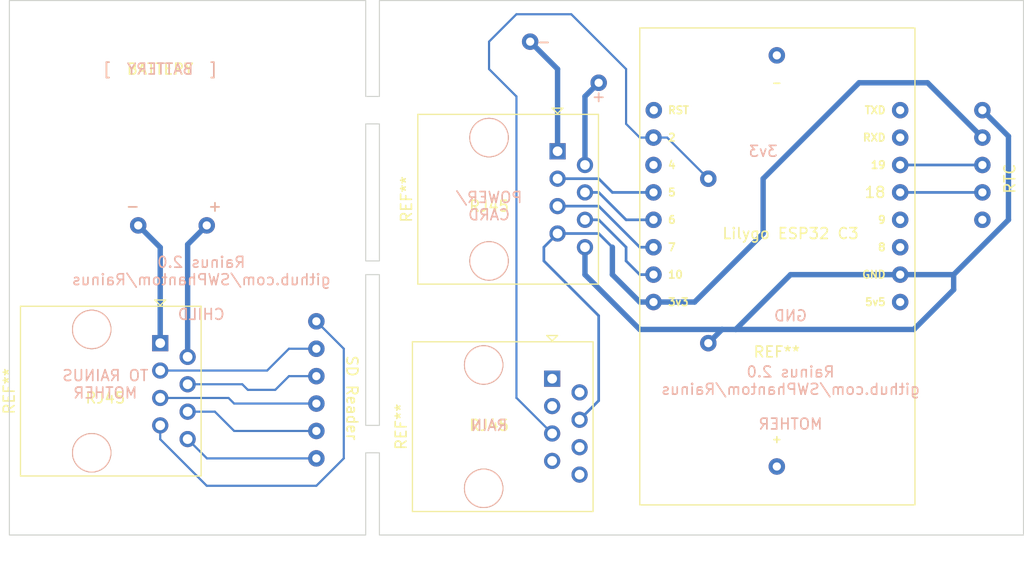
<source format=kicad_pcb>
(kicad_pcb (version 20211014) (generator pcbnew)
  (layers (0 "F.Cu" signal) (31 "B.Cu" signal) (34 "B.Paste" user) (35 "F.Paste" user) (36 "B.SilkS" user "B.Silkscreen") (37 "F.SilkS" user "F.Silkscreen") (38 "B.Mask" user) (39 "F.Mask" user) (44 "Edge.Cuts" user))
  (net 0 "")
  (footprint "" (layer "F.Cu") (at 118.61875 104.6575)
    (fp_text reference "" (at 0 0) (layer "F.SilkS") (effects (font (size 1.27 1.27))))
    (fp_text value "" (at 0 0) (layer "F.SilkS") (effects (font (size 1.27 1.27))))
    (pad "1" thru_hole circle (at 0 0) (size 1.524 1.524) (drill 0.762) (layers *.Cu *.Mask))
  )
  (footprint "" (layer "F.Cu") (at 118.61875 97.0375)
    (fp_text reference "" (at 0 0) (layer "F.SilkS") (effects (font (size 1.27 1.27))))
    (fp_text value "" (at 0 0) (layer "F.SilkS") (effects (font (size 1.27 1.27))))
    (pad "1" thru_hole circle (at 0 0) (size 1.524 1.524) (drill 0.762) (layers *.Cu *.Mask))
  )
  (footprint "" (layer "F.Cu") (at 180.34 72.39)
    (fp_text reference "" (at 0 0) (layer "F.SilkS") (effects (font (size 1.27 1.27))))
    (fp_text value "" (at 0 0) (layer "F.SilkS") (effects (font (size 1.27 1.27))))
    (pad "1" thru_hole circle (at 0 0) (size 1.524 1.524) (drill 0.762) (layers *.Cu *.Mask))
  )
  (footprint "" (layer "F.Cu") (at 118.61875 91.9575)
    (fp_text reference "" (at 0 0) (layer "F.SilkS") (effects (font (size 1.27 1.27))))
    (fp_text value "" (at 0 0) (layer "F.SilkS") (effects (font (size 1.27 1.27))))
    (pad "1" thru_hole circle (at 0 0) (size 1.524 1.524) (drill 0.762) (layers *.Cu *.Mask))
  )
  (footprint "" (layer "F.Cu") (at 138.43 66.04)
    (fp_text reference "" (at 0 0) (layer "F.SilkS") (effects (font (size 1.27 1.27))))
    (fp_text value "" (at 0 0) (layer "F.SilkS") (effects (font (size 1.27 1.27))))
    (pad "1" thru_hole circle (at 0 0) (size 1.524 1.524) (drill 0.762) (layers *.Cu *.Mask))
  )
  (footprint "" (layer "F.Cu") (at 180.34 77.47)
    (fp_text reference "" (at 0 0) (layer "F.SilkS") (effects (font (size 1.27 1.27))))
    (fp_text value "" (at 0 0) (layer "F.SilkS") (effects (font (size 1.27 1.27))))
    (pad "1" thru_hole circle (at 0 0) (size 1.524 1.524) (drill 0.762) (layers *.Cu *.Mask))
  )
  (footprint "" (layer "F.Cu") (at 118.61875 102.1175)
    (fp_text reference "" (at 0 0) (layer "F.SilkS") (effects (font (size 1.27 1.27))))
    (fp_text value "" (at 0 0) (layer "F.SilkS") (effects (font (size 1.27 1.27))))
    (pad "1" thru_hole circle (at 0 0) (size 1.524 1.524) (drill 0.762) (layers *.Cu *.Mask))
  )
  (footprint "Connector_RJ:RJ45_OST_PJ012-8P8CX_Vertical" (layer "F.Cu") (at 140.97 76.2 -90)
    (fp_text reference "REF**" (at 4.45 14 90) (layer "F.SilkS"))
    (fp_text value "RJ45_OST_PJ012-8P8CX_Vertical")
    (fp_line (start -4 0.5) (end -3.5 0) (layer "F.SilkS") (width 0.12))
    (fp_line (start 12.31 12.95) (end -3.42 12.95) (layer "F.SilkS") (width 0.12))
    (fp_line (start -3.5 0) (end -4 -0.5) (layer "F.SilkS") (width 0.12))
    (fp_line (start -3.42 -3.79) (end -3.42 12.95) (layer "F.SilkS") (width 0.12))
    (fp_line (start 12.31 -3.79) (end 12.31 12.95) (layer "F.SilkS") (width 0.12))
    (fp_line (start 12.3 -3.79) (end -3.42 -3.79) (layer "F.SilkS") (width 0.12))
    (fp_line (start -4 -0.5) (end -4 0.5) (layer "F.SilkS") (width 0.12))
    (pad "" np_thru_hole circle (at 10.16 6.35 270) (size 3.65 3.65) (drill 3.45) (layers *.Cu *.SilkS *.Mask))
    (pad "" np_thru_hole circle (at -1.27 6.35 270) (size 3.65 3.65) (drill 3.45) (layers F&B.Cu *.SilkS *.Mask))
    (pad "1" thru_hole rect (at 0 0 270) (size 1.5 1.5) (drill 0.9) (layers *.Cu *.Mask))
    (pad "2" thru_hole circle (at 1.27 -2.54 270) (size 1.5 1.5) (drill 0.9) (layers *.Cu *.Mask))
    (pad "3" thru_hole circle (at 2.54 0 270) (size 1.5 1.5) (drill 0.9) (layers *.Cu *.Mask))
    (pad "4" thru_hole circle (at 3.81 -2.54 270) (size 1.5 1.5) (drill 0.9) (layers *.Cu *.Mask))
    (pad "5" thru_hole circle (at 5.08 0 270) (size 1.5 1.5) (drill 0.9) (layers *.Cu *.Mask))
    (pad "6" thru_hole circle (at 6.35 -2.54 270) (size 1.5 1.5) (drill 0.9) (layers *.Cu *.Mask))
    (pad "7" thru_hole circle (at 7.62 0 270) (size 1.5 1.5) (drill 0.9) (layers *.Cu *.Mask))
    (pad "8" thru_hole circle (at 8.89 -2.54 270) (size 1.5 1.5) (drill 0.9) (layers *.Cu *.Mask))
  )
  (footprint "" (layer "F.Cu") (at 180.34 80.01)
    (fp_text reference "" (at 0 0) (layer "F.SilkS") (effects (font (size 1.27 1.27))))
    (fp_text value "" (at 0 0) (layer "F.SilkS") (effects (font (size 1.27 1.27))))
    (pad "1" thru_hole circle (at 0 0) (size 1.524 1.524) (drill 0.762) (layers *.Cu *.Mask))
  )
  (footprint "" (layer "F.Cu") (at 102.10875 83.0675)
    (fp_text reference "" (at 0 0) (layer "F.SilkS") (effects (font (size 1.27 1.27))))
    (fp_text value "" (at 0 0) (layer "F.SilkS") (effects (font (size 1.27 1.27))))
    (pad "1" thru_hole circle (at 0 0) (size 1.524 1.524) (drill 0.762) (layers *.Cu *.Mask))
  )
  (footprint "" (layer "F.Cu") (at 118.61875 99.5775)
    (fp_text reference "" (at 0 0) (layer "F.SilkS") (effects (font (size 1.27 1.27))))
    (fp_text value "" (at 0 0) (layer "F.SilkS") (effects (font (size 1.27 1.27))))
    (pad "1" thru_hole circle (at 0 0) (size 1.524 1.524) (drill 0.762) (layers *.Cu *.Mask))
  )
  (footprint "Espressif:esp32-c3-lilygo" (layer "F.Cu") (at 148.59 64.77)
    (fp_text reference "REF**" (at 12.7 30.02 unlocked) (layer "F.SilkS"))
    (fp_text value "esp32-c3-lilygo")
    (fp_text user "2" (at 2.54 10.16 unlocked) (layer "F.SilkS") (effects (font (size 0.7 0.7)) (justify left)))
    (fp_text user "7" (at 2.54 20.32 unlocked) (layer "F.SilkS") (effects (font (size 0.7 0.7)) (justify left)))
    (fp_text user "+" (at 12.7 38.1 unlocked) (layer "F.SilkS") (effects (font (size 0.7 0.7))))
    (fp_text user "5v5" (at 22.86 25.4 unlocked) (layer "F.SilkS") (effects (font (size 0.7 0.7)) (justify right)))
    (fp_text user "19" (at 22.86 12.7 unlocked) (layer "F.SilkS") (effects (font (size 0.7 0.7)) (justify right)))
    (fp_text user "3v3" (at 2.54 25.4 unlocked) (layer "F.SilkS") (effects (font (size 0.7 0.7)) (justify left)))
    (fp_text user "18" (at 22.86 15.24 unlocked) (layer "F.SilkS") (effects (justify right)))
    (fp_text user "RST" (at 2.54 7.62 unlocked) (layer "F.SilkS") (effects (font (size 0.7 0.7)) (justify left)))
    (fp_text user "6" (at 2.54 17.78 unlocked) (layer "F.SilkS") (effects (font (size 0.7 0.7)) (justify left)))
    (fp_text user "4" (at 2.54 12.7 unlocked) (layer "F.SilkS") (effects (font (size 0.7 0.7)) (justify left)))
    (fp_text user "5" (at 2.54 15.24 unlocked) (layer "F.SilkS") (effects (font (size 0.7 0.7)) (justify left)))
    (fp_text user "10" (at 2.54 22.86 unlocked) (layer "F.SilkS") (effects (font (size 0.7 0.7)) (justify left)))
    (fp_text user "-" (at 12.7 5.08 unlocked) (layer "F.SilkS") (effects (font (size 0.7 0.7))))
    (fp_text user "TXD" (at 22.86 7.62 unlocked) (layer "F.SilkS") (effects (font (size 0.7 0.7)) (justify right)))
    (fp_text user "8" (at 22.86 20.32 unlocked) (layer "F.SilkS") (effects (font (size 0.7 0.7)) (justify right)))
    (fp_text user "9" (at 22.86 17.78 unlocked) (layer "F.SilkS") (effects (font (size 0.7 0.7)) (justify right)))
    (fp_text user "RXD" (at 22.86 10.16 unlocked) (layer "F.SilkS") (effects (font (size 0.7 0.7)) (justify right)))
    (fp_text user "GND" (at 22.86 22.86 unlocked) (layer "F.SilkS") (effects (font (size 0.7 0.7)) (justify right)))
    (fp_rect (start 0 0) (end 25.5 44.2) (layer "F.SilkS") (width 0.12) (fill none))
    (pad "1" thru_hole circle (at 12.7 2.54) (size 1.524 1.524) (drill 0.762) (layers *.Cu *.Mask))
    (pad "2" thru_hole circle (at 12.7 40.64) (size 1.524 1.524) (drill 0.762) (layers *.Cu *.Mask))
    (pad "5" thru_hole circle (at 24.13 10.16) (size 1.524 1.524) (drill 0.762) (layers *.Cu *.Mask))
    (pad "6" thru_hole circle (at 24.13 12.7) (size 1.524 1.524) (drill 0.762) (layers *.Cu *.Mask))
    (pad "7" thru_hole circle (at 24.13 15.24) (size 1.524 1.524) (drill 0.762) (layers *.Cu *.Mask))
    (pad "8" thru_hole circle (at 24.13 17.78) (size 1.524 1.524) (drill 0.762) (layers *.Cu *.Mask))
    (pad "9" thru_hole circle (at 24.13 20.32) (size 1.524 1.524) (drill 0.762) (layers *.Cu *.Mask))
    (pad "10" thru_hole circle (at 24.13 22.86) (size 1.524 1.524) (drill 0.762) (layers *.Cu *.Mask))
    (pad "11" thru_hole circle (at 24.13 25.4) (size 1.524 1.524) (drill 0.762) (layers *.Cu *.Mask))
    (pad "12" thru_hole oval (at 1.3 7.62) (size 1.524 1.524) (drill 0.762) (layers *.Cu *.Mask))
    (pad "13" thru_hole circle (at 1.27 10.16) (size 1.524 1.524) (drill 0.762) (layers *.Cu *.Mask))
    (pad "14" thru_hole circle (at 1.27 12.7) (size 1.524 1.524) (drill 0.762) (layers *.Cu *.Mask))
    (pad "15" thru_hole circle (at 1.27 15.24) (size 1.524 1.524) (drill 0.762) (layers *.Cu *.Mask))
    (pad "16" thru_hole circle (at 1.27 17.78) (size 1.524 1.524) (drill 0.762) (layers *.Cu *.Mask))
    (pad "17" thru_hole circle (at 1.27 20.32) (size 1.524 1.524) (drill 0.762) (layers *.Cu *.Mask))
    (pad "18" thru_hole circle (at 1.27 22.86) (size 1.524 1.524) (drill 0.762) (layers *.Cu *.Mask))
    (pad "19" thru_hole circle (at 1.27 25.4) (size 1.524 1.524) (drill 0.762) (layers *.Cu *.Mask))
    (pad "20" thru_hole oval (at 24.13 7.62) (size 1.524 1.524) (drill 0.762) (layers *.Cu *.Mask))
  )
  (footprint "" (layer "F.Cu") (at 180.34 82.55)
    (fp_text reference "" (at 0 0) (layer "F.SilkS") (effects (font (size 1.27 1.27))))
    (fp_text value "" (at 0 0) (layer "F.SilkS") (effects (font (size 1.27 1.27))))
    (pad "1" thru_hole circle (at 0 0) (size 1.524 1.524) (drill 0.762) (layers *.Cu *.Mask))
  )
  (footprint "Connector_RJ:RJ45_OST_PJ012-8P8CX_Vertical" (layer "F.Cu") (at 104.14875 93.98 -90)
    (fp_text reference "REF**" (at 4.45 14 90) (layer "F.SilkS"))
    (fp_text value "RJ45_OST_PJ012-8P8CX_Vertical")
    (fp_line (start -4 -0.5) (end -4 0.5) (layer "F.SilkS") (width 0.12))
    (fp_line (start -3.42 -3.79) (end -3.42 12.95) (layer "F.SilkS") (width 0.12))
    (fp_line (start 12.31 -3.79) (end 12.31 12.95) (layer "F.SilkS") (width 0.12))
    (fp_line (start -3.5 0) (end -4 -0.5) (layer "F.SilkS") (width 0.12))
    (fp_line (start 12.31 12.95) (end -3.42 12.95) (layer "F.SilkS") (width 0.12))
    (fp_line (start 12.3 -3.79) (end -3.42 -3.79) (layer "F.SilkS") (width 0.12))
    (fp_line (start -4 0.5) (end -3.5 0) (layer "F.SilkS") (width 0.12))
    (pad "" np_thru_hole circle (at 10.16 6.35 270) (size 3.65 3.65) (drill 3.45) (layers *.Cu *.SilkS *.Mask))
    (pad "" np_thru_hole circle (at -1.27 6.35 270) (size 3.65 3.65) (drill 3.45) (layers *.Cu *.SilkS *.Mask))
    (pad "1" thru_hole rect (at 0 0 270) (size 1.5 1.5) (drill 0.9) (layers *.Cu *.Mask))
    (pad "2" thru_hole circle (at 1.27 -2.54 270) (size 1.5 1.5) (drill 0.9) (layers *.Cu *.Mask))
    (pad "3" thru_hole circle (at 2.54 0 270) (size 1.5 1.5) (drill 0.9) (layers *.Cu *.Mask))
    (pad "4" thru_hole circle (at 3.81 -2.54 270) (size 1.5 1.5) (drill 0.9) (layers *.Cu *.Mask))
    (pad "5" thru_hole circle (at 5.08 0 270) (size 1.5 1.5) (drill 0.9) (layers *.Cu *.Mask))
    (pad "6" thru_hole circle (at 6.35 -2.54 270) (size 1.5 1.5) (drill 0.9) (layers *.Cu *.Mask))
    (pad "7" thru_hole circle (at 7.62 0 270) (size 1.5 1.5) (drill 0.9) (layers *.Cu *.Mask))
    (pad "8" thru_hole circle (at 8.89 -2.54 270) (size 1.5 1.5) (drill 0.9) (layers *.Cu *.Mask))
  )
  (footprint "" (layer "F.Cu") (at 108.45875 83.0675)
    (fp_text reference "" (at 0 0) (layer "F.SilkS") (effects (font (size 1.27 1.27))))
    (fp_text value "" (at 0 0) (layer "F.SilkS") (effects (font (size 1.27 1.27))))
    (pad "1" thru_hole circle (at 0 0) (size 1.524 1.524) (drill 0.762) (layers *.Cu *.Mask))
  )
  (footprint "Connector_RJ:RJ45_OST_PJ012-8P8CX_Vertical" (layer "F.Cu") (at 140.47 97.2725 -90)
    (fp_text reference "REF**" (at 4.45 14 90) (layer "F.SilkS"))
    (fp_text value "RJ45_OST_PJ012-8P8CX_Vertical")
    (fp_line (start 12.3 -3.79) (end -3.42 -3.79) (layer "F.SilkS") (width 0.12))
    (fp_line (start 12.31 -3.79) (end 12.31 12.95) (layer "F.SilkS") (width 0.12))
    (fp_line (start 12.31 12.95) (end -3.42 12.95) (layer "F.SilkS") (width 0.12))
    (fp_line (start -4 0.5) (end -3.5 0) (layer "F.SilkS") (width 0.12))
    (fp_line (start -3.5 0) (end -4 -0.5) (layer "F.SilkS") (width 0.12))
    (fp_line (start -3.42 -3.79) (end -3.42 12.95) (layer "F.SilkS") (width 0.12))
    (fp_line (start -4 -0.5) (end -4 0.5) (layer "F.SilkS") (width 0.12))
    (pad "" np_thru_hole circle (at 10.16 6.35 270) (size 3.65 3.65) (drill 3.45) (layers *.Cu *.SilkS *.Mask))
    (pad "" np_thru_hole circle (at -1.27 6.35 270) (size 3.65 3.65) (drill 3.45) (layers *.Cu *.SilkS *.Mask))
    (pad "1" thru_hole rect (at 0 0 270) (size 1.5 1.5) (drill 0.9) (layers *.Cu *.Mask))
    (pad "2" thru_hole circle (at 1.27 -2.54 270) (size 1.5 1.5) (drill 0.9) (layers *.Cu *.Mask))
    (pad "3" thru_hole circle (at 2.54 0 270) (size 1.5 1.5) (drill 0.9) (layers *.Cu *.Mask))
    (pad "4" thru_hole circle (at 3.81 -2.54 270) (size 1.5 1.5) (drill 0.9) (layers *.Cu *.Mask))
    (pad "5" thru_hole circle (at 5.08 0 270) (size 1.5 1.5) (drill 0.9) (layers *.Cu *.Mask))
    (pad "6" thru_hole circle (at 6.35 -2.54 270) (size 1.5 1.5) (drill 0.9) (layers *.Cu *.Mask))
    (pad "7" thru_hole circle (at 7.62 0 270) (size 1.5 1.5) (drill 0.9) (layers *.Cu *.Mask))
    (pad "8" thru_hole circle (at 8.89 -2.54 270) (size 1.5 1.5) (drill 0.9) (layers *.Cu *.Mask))
  )
  (footprint "" (layer "F.Cu") (at 154.94 78.74)
    (fp_text reference "" (at 0 0) (layer "F.SilkS") (effects (font (size 1.27 1.27))))
    (fp_text value "" (at 0 0) (layer "F.SilkS") (effects (font (size 1.27 1.27))))
    (pad "1" thru_hole circle (at 0 0) (size 1.524 1.524) (drill 0.762) (layers *.Cu *.Mask))
  )
  (footprint "" (layer "F.Cu") (at 118.61875 94.4975)
    (fp_text reference "" (at 0 0) (layer "F.SilkS") (effects (font (size 1.27 1.27))))
    (fp_text value "" (at 0 0) (layer "F.SilkS") (effects (font (size 1.27 1.27))))
    (pad "1" thru_hole circle (at 0 0) (size 1.524 1.524) (drill 0.762) (layers *.Cu *.Mask))
  )
  (footprint "" (layer "F.Cu") (at 154.94 93.98)
    (fp_text reference "" (at 0 0) (layer "F.SilkS") (effects (font (size 1.27 1.27))))
    (fp_text value "" (at 0 0) (layer "F.SilkS") (effects (font (size 1.27 1.27))))
    (pad "1" thru_hole circle (at 0 0) (size 1.524 1.524) (drill 0.762) (layers *.Cu *.Mask))
  )
  (footprint "" (layer "F.Cu") (at 144.78 69.85)
    (fp_text reference "" (at 0 0) (layer "F.SilkS") (effects (font (size 1.27 1.27))))
    (fp_text value "" (at 0 0) (layer "F.SilkS") (effects (font (size 1.27 1.27))))
    (pad "1" thru_hole circle (at 0 0) (size 1.524 1.524) (drill 0.762) (layers *.Cu *.Mask))
  )
  (footprint "" (layer "F.Cu") (at 180.34 74.93)
    (fp_text reference "" (at 0 0) (layer "F.SilkS") (effects (font (size 1.27 1.27))))
    (fp_text value "" (at 0 0) (layer "F.SilkS") (effects (font (size 1.27 1.27))))
    (pad "1" thru_hole circle (at 0 0) (size 1.524 1.524) (drill 0.762) (layers *.Cu *.Mask))
  )
  (gr_poly (pts (xy 123.19 71.12) (xy 124.46 71.12) (xy 124.46 62.23) (xy 184.15 62.23) (xy 184.15 111.76) (xy 124.46 111.76) (xy 124.46 104.14) (xy 123.19 104.14) (xy 123.19 111.76) (xy 90.17 111.76) (xy 90.17 62.23) (xy 123.19 62.23)) (layer "Edge.Cuts") (width 0.1) (fill none))
  (gr_rect (start 123.19 87.63) (end 124.46 101.6) (layer "Edge.Cuts") (width 0.1) (fill none))
  (gr_rect (start 123.19 73.66) (end 124.46 86.36) (layer "Edge.Cuts") (width 0.1) (fill none))
  (gr_text "-" (at 101.6 81.28) (layer "B.SilkS") (effects (font (size 1 1)) (justify mirror)))
  (gr_text "Rainus 2.0\ngithub.com/SWPhantom/Rainus\n\nCHILD" (at 107.95 88.9) (layer "B.SilkS") (effects (font (size 1 1)) (justify mirror)))
  (gr_text "RAIN" (at 134.62 101.6) (layer "B.SilkS") (effects (font (size 1 1)) (justify mirror)))
  (gr_text "TO RAINUS\nMOTHER" (at 99.06 97.79) (layer "B.SilkS") (effects (font (size 1 1)) (justify mirror)))
  (gr_text "GND" (at 162.56 91.44) (layer "B.SilkS") (effects (font (size 1 1)) (justify mirror)))
  (gr_text "POWER/\nCARD" (at 134.62 81.28) (layer "B.SilkS") (effects (font (size 1 1)) (justify mirror)))
  (gr_text "3v3" (at 160.02 76.2) (layer "B.SilkS") (effects (font (size 1 1)) (justify mirror)))
  (gr_text "-" (at 139.7 66.04) (layer "B.SilkS") (effects (font (size 1 1)) (justify mirror)))
  (gr_text "+" (at 144.78 71.12) (layer "B.SilkS") (effects (font (size 1 1)) (justify mirror)))
  (gr_text "+" (at 109.22 81.28) (layer "B.SilkS") (effects (font (size 1 1)) (justify mirror)))
  (gr_text "Rainus 2.0\ngithub.com/SWPhantom/Rainus\n\nMOTHER" (at 162.56 99.06) (layer "B.SilkS") (effects (font (size 1 1)) (justify mirror)))
  (gr_text "[  BATTERY  ]" (at 104.14 68.58) (layer "B.SilkS") (effects (font (size 1 1)) (justify mirror)))
  (gr_text "+" (at 144.78 71.12) (layer "F.SilkS") (effects (font (size 1 1))))
  (gr_text "RTC" (at 182.88 78.74 90) (layer "F.SilkS") (effects (font (size 1 1))))
  (gr_text "[  BATTERY  ]" (at 104.14 68.58) (layer "F.SilkS") (effects (font (size 1 1))))
  (gr_text "RJ45" (at 134.62 81.28) (layer "F.SilkS") (effects (font (size 1 1))))
  (gr_text "SD Reader" (at 121.92 99.06 -90) (layer "F.SilkS") (effects (font (size 1 1))))
  (gr_text "Lilygo ESP32 C3" (at 162.56 83.82) (layer "F.SilkS") (effects (font (size 1 1))))
  (gr_text "-" (at 101.6 81.28) (layer "F.SilkS") (effects (font (size 1 1))))
  (gr_text "-" (at 139.7 66.04) (layer "F.SilkS") (effects (font (size 1 1))))
  (gr_text "RJ45" (at 134.62 101.6) (layer "F.SilkS") (effects (font (size 1 1))))
  (gr_text "RJ45" (at 99.06 99.06) (layer "F.SilkS") (effects (font (size 1 1))))
  (gr_text "+" (at 109.22 81.28) (layer "F.SilkS") (effects (font (size 1 1))))
  (segment (start 147.32 68.58) (end 142.24 63.5) (width 0.2) (layer "B.Cu") (net 0))
  (segment (start 116.07875 94.4975) (end 118.61875 94.4975) (width 0.2) (layer "B.Cu") (net 0))
  (segment (start 114.05625 96.52) (end 116.07875 94.4975) (width 0.2) (layer "B.Cu") (net 0))
  (segment (start 151.13 74.93) (end 154.94 78.74) (width 0.2) (layer "B.Cu") (net 0))
  (segment (start 144.78 91.44) (end 144.78 99.3125) (width 0.25) (layer "B.Cu") (net 0))
  (segment (start 149.86 82.55) (end 147.32 82.55) (width 0.25) (layer "B.Cu") (net 0))
  (segment (start 149.86 85.09) (end 148.59 85.09) (width 0.25) (layer "B.Cu") (net 0))
  (segment (start 147.32 82.55) (end 144.78 80.01) (width 0.25) (layer "B.Cu") (net 0))
  (segment (start 137.1775 99.06) (end 140.47 102.3525) (width 0.2) (layer "B.Cu") (net 0))
  (segment (start 114.80875 98.3075) (end 116.07875 97.0375) (width 0.2) (layer "B.Cu") (net 0))
  (segment (start 148.59 85.09) (end 144.78 81.28) (width 0.25) (layer "B.Cu") (net 0))
  (segment (start 106.68875 102.87) (end 108.47625 104.6575) (width 0.2) (layer "B.Cu") (net 0))
  (segment (start 154.94 93.98) (end 156.21 92.71) (width 0.5) (layer "B.Cu") (net 0))
  (segment (start 168.91 69.85) (end 160.02 78.74) (width 0.5) (layer "B.Cu") (net 0))
  (segment (start 108.45875 83.0675) (end 106.68875 84.8375) (width 0.5) (layer "B.Cu") (net 0))
  (segment (start 134.62 68.58) (end 137.16 71.12) (width 0.2) (layer "B.Cu") (net 0))
  (segment (start 149.86 80.01) (end 146.05 80.01) (width 0.25) (layer "B.Cu") (net 0))
  (segment (start 147.32 85.09) (end 144.78 82.55) (width 0.25) (layer "B.Cu") (net 0))
  (segment (start 121.15875 94.4975) (end 118.61875 91.9575) (width 0.2) (layer "B.Cu") (net 0))
  (segment (start 104.14875 101.6) (end 104.14875 102.8875) (width 0.2) (layer "B.Cu") (net 0))
  (segment (start 146.05 85.09) (end 144.78 83.82) (width 0.25) (layer "B.Cu") (net 0))
  (segment (start 111.75125 97.79) (end 112.26875 98.3075) (width 0.2) (layer "B.Cu") (net 0))
  (segment (start 177.675 89.025) (end 173.99 92.71) (width 0.5) (layer "B.Cu") (net 0))
  (segment (start 137.16 71.12) (end 137.16 99.06) (width 0.2) (layer "B.Cu") (net 0))
  (segment (start 144.78 99.3125) (end 143.01 101.0825) (width 0.25) (layer "B.Cu") (net 0))
  (segment (start 143.51 71.12) (end 143.51 77.47) (width 0.5) (layer "B.Cu") (net 0))
  (segment (start 172.72 80.01) (end 180.34 80.01) (width 0.25) (layer "B.Cu") (net 0))
  (segment (start 148.59 87.63) (end 147.32 86.36) (width 0.25) (layer "B.Cu") (net 0))
  (segment (start 108.45875 107.1975) (end 118.61875 107.1975) (width 0.2) (layer "B.Cu") (net 0))
  (segment (start 177.675 87.63) (end 172.72 87.63) (width 0.5) (layer "B.Cu") (net 0))
  (segment (start 137.16 99.06) (end 137.1775 99.06) (width 0.2) (layer "B.Cu") (net 0))
  (segment (start 110.48125 99.06) (end 110.99875 99.5775) (width 0.2) (layer "B.Cu") (net 0))
  (segment (start 139.7 85.09) (end 139.7 86.36) (width 0.25) (layer "B.Cu") (net 0))
  (segment (start 177.675 87.63) (end 177.675 89.025) (width 0.5) (layer "B.Cu") (net 0))
  (segment (start 153.67 90.17) (end 149.86 90.17) (width 0.5) (layer "B.Cu") (net 0))
  (segment (start 180.34 74.93) (end 175.26 69.85) (width 0.5) (layer "B.Cu") (net 0))
  (segment (start 160.02 78.74) (end 160.02 83.82) (width 0.5) (layer "B.Cu") (net 0))
  (segment (start 139.7 86.36) (end 144.78 91.44) (width 0.25) (layer "B.Cu") (net 0))
  (segment (start 121.15875 104.6575) (end 121.15875 94.4975) (width 0.2) (layer "B.Cu") (net 0))
  (segment (start 112.26875 98.3075) (end 114.80875 98.3075) (width 0.2) (layer "B.Cu") (net 0))
  (segment (start 144.78 80.01) (end 143.51 80.01) (width 0.25) (layer "B.Cu") (net 0))
  (segment (start 162.56 87.63) (end 157.48 92.71) (width 0.5) (layer "B.Cu") (net 0))
  (segment (start 116.07875 97.0375) (end 118.61875 97.0375) (width 0.2) (layer "B.Cu") (net 0))
  (segment (start 134.62 66.04) (end 134.62 68.58) (width 0.2) (layer "B.Cu") (net 0))
  (segment (start 118.61875 107.1975) (end 121.15875 104.6575) (width 0.2) (layer "B.Cu") (net 0))
  (segment (start 147.32 86.36) (end 147.32 85.09) (width 0.25) (layer "B.Cu") (net 0))
  (segment (start 142.24 63.5) (end 137.16 63.5) (width 0.2) (layer "B.Cu") (net 0))
  (segment (start 106.68875 84.8375) (end 106.68875 95.25) (width 0.5) (layer "B.Cu") (net 0))
  (segment (start 146.05 87.63) (end 146.05 85.09) (width 0.5) (layer "B.Cu") (net 0))
  (segment (start 144.78 78.74) (end 140.97 78.74) (width 0.25) (layer "B.Cu") (net 0))
  (segment (start 146.05 80.01) (end 144.78 78.74) (width 0.25) (layer "B.Cu") (net 0))
  (segment (start 138.43 66.04) (end 140.97 68.58) (width 0.5) (layer "B.Cu") (net 0))
  (segment (start 160.02 83.82) (end 153.67 90.17) (width 0.5) (layer "B.Cu") (net 0))
  (segment (start 149.86 74.93) (end 148.59 74.93) (width 0.2) (layer "B.Cu") (net 0))
  (segment (start 106.68875 97.79) (end 111.75125 97.79) (width 0.2) (layer "B.Cu") (net 0))
  (segment (start 149.86 74.93) (end 151.13 74.93) (width 0.2) (layer "B.Cu") (net 0))
  (segment (start 102.10875 83.0675) (end 104.14875 85.1075) (width 0.5) (layer "B.Cu") (net 0))
  (segment (start 175.26 69.85) (end 168.91 69.85) (width 0.5) (layer "B.Cu") (net 0))
  (segment (start 182.755 74.805) (end 182.755 82.55) (width 0.5) (layer "B.Cu") (net 0))
  (segment (start 144.78 83.82) (end 140.97 83.82) (width 0.25) (layer "B.Cu") (net 0))
  (segment (start 104.14875 102.8875) (end 108.45875 107.1975) (width 0.2) (layer "B.Cu") (net 0))
  (segment (start 172.72 87.63) (end 162.56 87.63) (width 0.5) (layer "B.Cu") (net 0))
  (segment (start 148.59 92.71) (end 143.51 87.63) (width 0.5) (layer "B.Cu") (net 0))
  (segment (start 143.51 87.63) (end 143.51 85.09) (width 0.5) (layer "B.Cu") (net 0))
  (segment (start 104.14875 96.52) (end 114.05625 96.52) (width 0.2) (layer "B.Cu") (net 0))
  (segment (start 109.21125 100.33) (end 110.99875 102.1175) (width 0.2) (layer "B.Cu") (net 0))
  (segment (start 182.755 82.55) (end 177.675 87.63) (width 0.5) (layer "B.Cu") (net 0))
  (segment (start 140.97 83.82) (end 139.7 85.09) (width 0.25) (layer "B.Cu") (net 0))
  (segment (start 173.99 92.71) (end 157.48 92.71) (width 0.5) (layer "B.Cu") (net 0))
  (segment (start 156.21 92.71) (end 148.59 92.71) (width 0.5) (layer "B.Cu") (net 0))
  (segment (start 144.78 81.28) (end 140.97 81.28) (width 0.25) (layer "B.Cu") (net 0))
  (segment (start 110.99875 99.5775) (end 118.61875 99.5775) (width 0.2) (layer "B.Cu") (net 0))
  (segment (start 137.16 63.5) (end 134.62 66.04) (width 0.2) (layer "B.Cu") (net 0))
  (segment (start 157.48 92.71) (end 156.21 92.71) (width 0.5) (layer "B.Cu") (net 0))
  (segment (start 106.68875 100.33) (end 109.21125 100.33) (width 0.2) (layer "B.Cu") (net 0))
  (segment (start 148.59 90.17) (end 146.05 87.63) (width 0.5) (layer "B.Cu") (net 0))
  (segment (start 104.14875 85.1075) (end 104.14875 93.98) (width 0.5) (layer "B.Cu") (net 0))
  (segment (start 144.78 82.55) (end 143.51 82.55) (width 0.25) (layer "B.Cu") (net 0))
  (segment (start 172.72 77.47) (end 180.34 77.47) (width 0.25) (layer "B.Cu") (net 0))
  (segment (start 140.97 68.58) (end 140.97 76.2) (width 0.5) (layer "B.Cu") (net 0))
  (segment (start 110.99875 102.1175) (end 118.61875 102.1175) (width 0.2) (layer "B.Cu") (net 0))
  (segment (start 144.78 69.85) (end 143.51 71.12) (width 0.5) (layer "B.Cu") (net 0))
  (segment (start 147.32 73.66) (end 147.32 68.58) (width 0.2) (layer "B.Cu") (net 0))
  (segment (start 149.86 90.17) (end 148.59 90.17) (width 0.5) (layer "B.Cu") (net 0))
  (segment (start 180.34 72.39) (end 182.755 74.805) (width 0.5) (layer "B.Cu") (net 0))
  (segment (start 108.47625 104.6575) (end 118.61875 104.6575) (width 0.2) (layer "B.Cu") (net 0))
  (segment (start 149.86 87.63) (end 148.59 87.63) (width 0.25) (layer "B.Cu") (net 0))
  (segment (start 104.14875 99.06) (end 110.48125 99.06) (width 0.2) (layer "B.Cu") (net 0))
  (segment (start 148.59 74.93) (end 147.32 73.66) (width 0.2) (layer "B.Cu") (net 0))
)
</source>
